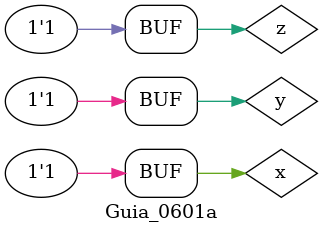
<source format=v>
/*
 Guia_0601a.v - v0.0. - 28 / 08 / 2022
 Autor    : Gabriel Vargas Bento de Souza
 Matricula: 778023
 */

/* 
 Soma dos produtos
               ___
f(x, y, z) =  \   m (1, 3, 7)  = SoP(1,3,7)
              /___
*/

/**
 SoP(1,3,7) = x'.y'.z + x'.y.z + x.y.z
 */
module SoP (output s,
            input  x, y, z);
   assign s = (~x & ~y &  z)  // 1
            | (~x &  y &  z)  // 3
            | ( x &  y &  z); // 7
endmodule // SoP

/**
 SoP(1,3,7)_Simplificado = x'.z + y.z
 */
module SoP_simple (output s,
                   input  x, y, z);
   assign s = (~x &  z)
            | ( y &  z);
endmodule // SoP_simple

/**
  Guia_0601a.v
 */
module Guia_0601a;
   reg  x, y, z;
   wire s1, s2;
   
   // instancias
   SoP        SOP1 (s1, x, y, z);
   SoP_simple SOP2 (s2, x, y, z);
   
   // valores iniciais
   initial begin: start
      x=1'bx; y=1'bx; z=1'bx;
   end

   // parte principal
   initial begin: main
       $display("Gabriel Vargas Bento de Souza - 778023");
       $display("Guia_06");
       $display("\n01.a) SoP (1, 3, 7)\n");

       // monitoramento
       $display(" x  y  z  s1  s2");
       $monitor("%2b %2b %2b %2b %3b", x,  y,  z,  s1, s2);

       // sinalizacao
          x=0; y=0; z=0;
       #1           z=1;
       #1      y=1; z=0;
       #1           z=1;
       #1 x=1; y=0; z=0;
       #1           z=1;
       #1      y=1; z=0;
       #1           z=1;
   end
endmodule // Guia_0601a

/*
C:\Users\Gabriel\Desktop\CC-PUC\2Periodo\ARQ1\Tarefas\Guia06>vvp Guia_0601a.vvp
Gabriel Vargas Bento de Souza - 778023
Guia_06

01.a) SoP (1, 3, 7)

 x  y  z  s1  s2
 0  0  0  0   0
 0  0  1  1   1
 0  1  0  0   0
 0  1  1  1   1
 1  0  0  0   0
 1  0  1  0   0
 1  1  0  0   0
 1  1  1  1   1
*/
</source>
